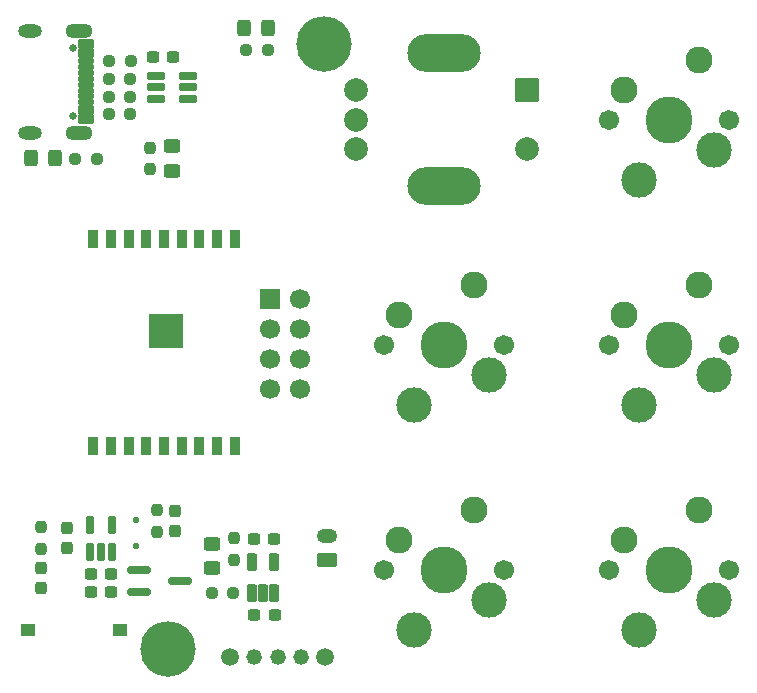
<source format=gbr>
%TF.GenerationSoftware,KiCad,Pcbnew,9.0.2*%
%TF.CreationDate,2025-08-07T13:19:16-06:00*%
%TF.ProjectId,macro devboard ESP32,6d616372-6f20-4646-9576-626f61726420,rev?*%
%TF.SameCoordinates,Original*%
%TF.FileFunction,Soldermask,Top*%
%TF.FilePolarity,Negative*%
%FSLAX46Y46*%
G04 Gerber Fmt 4.6, Leading zero omitted, Abs format (unit mm)*
G04 Created by KiCad (PCBNEW 9.0.2) date 2025-08-07 13:19:16*
%MOMM*%
%LPD*%
G01*
G04 APERTURE LIST*
G04 Aperture macros list*
%AMRoundRect*
0 Rectangle with rounded corners*
0 $1 Rounding radius*
0 $2 $3 $4 $5 $6 $7 $8 $9 X,Y pos of 4 corners*
0 Add a 4 corners polygon primitive as box body*
4,1,4,$2,$3,$4,$5,$6,$7,$8,$9,$2,$3,0*
0 Add four circle primitives for the rounded corners*
1,1,$1+$1,$2,$3*
1,1,$1+$1,$4,$5*
1,1,$1+$1,$6,$7*
1,1,$1+$1,$8,$9*
0 Add four rect primitives between the rounded corners*
20,1,$1+$1,$2,$3,$4,$5,0*
20,1,$1+$1,$4,$5,$6,$7,0*
20,1,$1+$1,$6,$7,$8,$9,0*
20,1,$1+$1,$8,$9,$2,$3,0*%
G04 Aperture macros list end*
%ADD10RoundRect,0.237500X-0.237500X0.250000X-0.237500X-0.250000X0.237500X-0.250000X0.237500X0.250000X0*%
%ADD11C,1.701800*%
%ADD12C,3.000000*%
%ADD13C,3.987800*%
%ADD14C,2.286000*%
%ADD15RoundRect,0.237500X0.237500X-0.300000X0.237500X0.300000X-0.237500X0.300000X-0.237500X-0.300000X0*%
%ADD16RoundRect,0.102000X0.279400X-0.635000X0.279400X0.635000X-0.279400X0.635000X-0.279400X-0.635000X0*%
%ADD17RoundRect,0.237500X-0.300000X-0.237500X0.300000X-0.237500X0.300000X0.237500X-0.300000X0.237500X0*%
%ADD18RoundRect,0.102000X-0.900000X0.900000X-0.900000X-0.900000X0.900000X-0.900000X0.900000X0.900000X0*%
%ADD19C,2.004000*%
%ADD20O,6.204000X3.204000*%
%ADD21R,0.900000X1.500000*%
%ADD22R,2.900000X2.900000*%
%ADD23RoundRect,0.250000X0.450000X-0.325000X0.450000X0.325000X-0.450000X0.325000X-0.450000X-0.325000X0*%
%ADD24RoundRect,0.237500X-0.237500X0.300000X-0.237500X-0.300000X0.237500X-0.300000X0.237500X0.300000X0*%
%ADD25RoundRect,0.237500X0.250000X0.237500X-0.250000X0.237500X-0.250000X-0.237500X0.250000X-0.237500X0*%
%ADD26RoundRect,0.237500X-0.250000X-0.237500X0.250000X-0.237500X0.250000X0.237500X-0.250000X0.237500X0*%
%ADD27RoundRect,0.237500X0.300000X0.237500X-0.300000X0.237500X-0.300000X-0.237500X0.300000X-0.237500X0*%
%ADD28R,1.250000X1.000000*%
%ADD29C,2.700000*%
%ADD30C,4.700000*%
%ADD31RoundRect,0.162500X-0.837500X-0.162500X0.837500X-0.162500X0.837500X0.162500X-0.837500X0.162500X0*%
%ADD32RoundRect,0.237500X0.237500X-0.250000X0.237500X0.250000X-0.237500X0.250000X-0.237500X-0.250000X0*%
%ADD33RoundRect,0.162500X0.617500X0.162500X-0.617500X0.162500X-0.617500X-0.162500X0.617500X-0.162500X0*%
%ADD34C,0.650000*%
%ADD35RoundRect,0.102000X-0.570000X0.300000X-0.570000X-0.300000X0.570000X-0.300000X0.570000X0.300000X0*%
%ADD36RoundRect,0.102000X-0.570000X0.150000X-0.570000X-0.150000X0.570000X-0.150000X0.570000X0.150000X0*%
%ADD37O,2.304000X1.254000*%
%ADD38O,2.004000X1.104000*%
%ADD39RoundRect,0.150000X0.150000X-0.650000X0.150000X0.650000X-0.150000X0.650000X-0.150000X-0.650000X0*%
%ADD40RoundRect,0.250000X0.325000X0.450000X-0.325000X0.450000X-0.325000X-0.450000X0.325000X-0.450000X0*%
%ADD41RoundRect,0.250000X-0.325000X-0.450000X0.325000X-0.450000X0.325000X0.450000X-0.325000X0.450000X0*%
%ADD42RoundRect,0.125000X-0.125000X0.125000X-0.125000X-0.125000X0.125000X-0.125000X0.125000X0.125000X0*%
%ADD43C,1.320800*%
%ADD44C,1.498600*%
%ADD45R,1.700000X1.700000*%
%ADD46C,1.700000*%
%ADD47RoundRect,0.250000X0.625000X-0.350000X0.625000X0.350000X-0.625000X0.350000X-0.625000X-0.350000X0*%
%ADD48O,1.750000X1.200000*%
G04 APERTURE END LIST*
D10*
%TO.C,R12*%
X191890000Y-84017500D03*
X191890000Y-85842500D03*
%TD*%
D11*
%TO.C,SW6*%
X240010000Y-87620000D03*
D12*
X242550000Y-92700000D03*
D13*
X245090000Y-87620000D03*
D12*
X248900000Y-90160000D03*
D11*
X250170000Y-87620000D03*
D14*
X247630000Y-82540000D03*
X241280000Y-85080000D03*
%TD*%
D15*
%TO.C,C5*%
X194110000Y-85797500D03*
X194110000Y-84072500D03*
%TD*%
D16*
%TO.C,U2*%
X209770000Y-89590800D03*
X210709800Y-89590800D03*
X211649600Y-89590800D03*
X211649600Y-87000000D03*
X209770000Y-87000000D03*
%TD*%
D17*
%TO.C,C4*%
X196097500Y-87995000D03*
X197822500Y-87995000D03*
%TD*%
D18*
%TO.C,S1*%
X233040000Y-47020000D03*
D19*
X233040000Y-52020000D03*
X218540000Y-47020000D03*
X218540000Y-52020000D03*
X218540000Y-49520000D03*
D20*
X226040000Y-43920000D03*
X226040000Y-55120000D03*
%TD*%
D21*
%TO.C,U1*%
X196320000Y-77150000D03*
X197820000Y-77150000D03*
X199320000Y-77150000D03*
X200820000Y-77150000D03*
X202320000Y-77150000D03*
X203820000Y-77150000D03*
X205320000Y-77150000D03*
X206820000Y-77150000D03*
X208320000Y-77150000D03*
X208320000Y-59650000D03*
X206820000Y-59650000D03*
X205320000Y-59650000D03*
X203820000Y-59650000D03*
X202320000Y-59650000D03*
X200820000Y-59650000D03*
X199320000Y-59650000D03*
X197820000Y-59650000D03*
X196320000Y-59650000D03*
D22*
X202520000Y-67440000D03*
%TD*%
D17*
%TO.C,C8*%
X209950000Y-91487500D03*
X211675000Y-91487500D03*
%TD*%
D23*
%TO.C,D8*%
X206340000Y-87510000D03*
X206340000Y-85460000D03*
%TD*%
D24*
%TO.C,C6*%
X203210000Y-82645000D03*
X203210000Y-84370000D03*
%TD*%
D17*
%TO.C,C3*%
X196107500Y-89505000D03*
X197832500Y-89505000D03*
%TD*%
D25*
%TO.C,R2*%
X199480000Y-44562500D03*
X197655000Y-44562500D03*
%TD*%
D23*
%TO.C,D10*%
X202970000Y-53842500D03*
X202970000Y-51792500D03*
%TD*%
D26*
%TO.C,R11*%
X209275000Y-43590000D03*
X211100000Y-43590000D03*
%TD*%
D27*
%TO.C,C1*%
X203080000Y-44250000D03*
X201355000Y-44250000D03*
%TD*%
D25*
%TO.C,R5*%
X199472500Y-46072500D03*
X197647500Y-46072500D03*
%TD*%
%TO.C,R4*%
X199472500Y-47572500D03*
X197647500Y-47572500D03*
%TD*%
%TO.C,R1*%
X199475000Y-49082500D03*
X197650000Y-49082500D03*
%TD*%
D11*
%TO.C,SW9*%
X220960000Y-68570000D03*
D12*
X223500000Y-73650000D03*
D13*
X226040000Y-68570000D03*
D12*
X229850000Y-71110000D03*
D11*
X231120000Y-68570000D03*
D14*
X228580000Y-63490000D03*
X222230000Y-66030000D03*
%TD*%
D28*
%TO.C,SW3*%
X198550000Y-92750000D03*
X190800000Y-92750000D03*
%TD*%
D29*
%TO.C,H1*%
X202640000Y-94320000D03*
D30*
X202640000Y-94320000D03*
%TD*%
D26*
%TO.C,R13*%
X206340000Y-89600000D03*
X208165000Y-89600000D03*
%TD*%
D27*
%TO.C,C9*%
X211660000Y-84990000D03*
X209935000Y-84990000D03*
%TD*%
D31*
%TO.C,Q1*%
X200240000Y-87612500D03*
X200240000Y-89512500D03*
X203660000Y-88562500D03*
%TD*%
D32*
%TO.C,R14*%
X208210000Y-86805000D03*
X208210000Y-84980000D03*
%TD*%
D10*
%TO.C,R6*%
X201100000Y-51915000D03*
X201100000Y-53740000D03*
%TD*%
%TO.C,R10*%
X201700000Y-82597500D03*
X201700000Y-84422500D03*
%TD*%
D33*
%TO.C,U3*%
X204315000Y-47747500D03*
X204315000Y-46797500D03*
X204315000Y-45847500D03*
X201615000Y-45847500D03*
X201615000Y-46797500D03*
X201615000Y-47747500D03*
%TD*%
D34*
%TO.C,J1*%
X194640000Y-43420000D03*
X194640000Y-49200000D03*
D35*
X195710000Y-43110000D03*
X195710000Y-43910000D03*
D36*
X195710000Y-45060000D03*
X195710000Y-46060000D03*
X195710000Y-46560000D03*
X195710000Y-47560000D03*
D35*
X195710000Y-49510000D03*
X195710000Y-48710000D03*
D36*
X195710000Y-48060000D03*
X195710000Y-47060000D03*
X195710000Y-45560000D03*
X195710000Y-44560000D03*
D37*
X195140000Y-41990000D03*
X195140000Y-50630000D03*
D38*
X190960000Y-41990000D03*
X190960000Y-50630000D03*
%TD*%
D39*
%TO.C,U4*%
X196010000Y-86160000D03*
X196960000Y-86160000D03*
X197910000Y-86160000D03*
X197910000Y-83860000D03*
X196010000Y-83860000D03*
%TD*%
D29*
%TO.C,H2*%
X215860000Y-43120000D03*
D30*
X215860000Y-43120000D03*
%TD*%
D40*
%TO.C,D9*%
X211100000Y-41740000D03*
X209050000Y-41740000D03*
%TD*%
D15*
%TO.C,C7*%
X191890000Y-89175000D03*
X191890000Y-87450000D03*
%TD*%
D26*
%TO.C,R7*%
X194797500Y-52830000D03*
X196622500Y-52830000D03*
%TD*%
D41*
%TO.C,D12*%
X191057500Y-52810000D03*
X193107500Y-52810000D03*
%TD*%
D11*
%TO.C,SW7*%
X240010000Y-68570000D03*
D12*
X242550000Y-73650000D03*
D13*
X245090000Y-68570000D03*
D12*
X248900000Y-71110000D03*
D11*
X250170000Y-68570000D03*
D14*
X247630000Y-63490000D03*
X241280000Y-66030000D03*
%TD*%
D11*
%TO.C,SW8*%
X220960000Y-87620000D03*
D12*
X223500000Y-92700000D03*
D13*
X226040000Y-87620000D03*
D12*
X229850000Y-90160000D03*
D11*
X231120000Y-87620000D03*
D14*
X228580000Y-82540000D03*
X222230000Y-85080000D03*
%TD*%
D11*
%TO.C,SW1*%
X240010000Y-49520000D03*
D12*
X242550000Y-54600000D03*
D13*
X245090000Y-49520000D03*
D12*
X248900000Y-52060000D03*
D11*
X250170000Y-49520000D03*
D14*
X247630000Y-44440000D03*
X241280000Y-46980000D03*
%TD*%
D42*
%TO.C,D11*%
X199950000Y-83457500D03*
X199950000Y-85657500D03*
%TD*%
D43*
%TO.C,SW2*%
X209940000Y-95000000D03*
X211940000Y-95000000D03*
X213940001Y-95000000D03*
D44*
X207940000Y-95000000D03*
X215940000Y-95000000D03*
%TD*%
D45*
%TO.C,J3*%
X211300000Y-64670000D03*
D46*
X213840000Y-64670000D03*
X211300000Y-67210000D03*
X213840000Y-67210000D03*
X211300000Y-69750000D03*
X213840000Y-69750000D03*
X211300000Y-72290000D03*
X213840000Y-72290000D03*
%TD*%
D47*
%TO.C,J4*%
X216090000Y-86810000D03*
D48*
X216090000Y-84810000D03*
%TD*%
M02*

</source>
